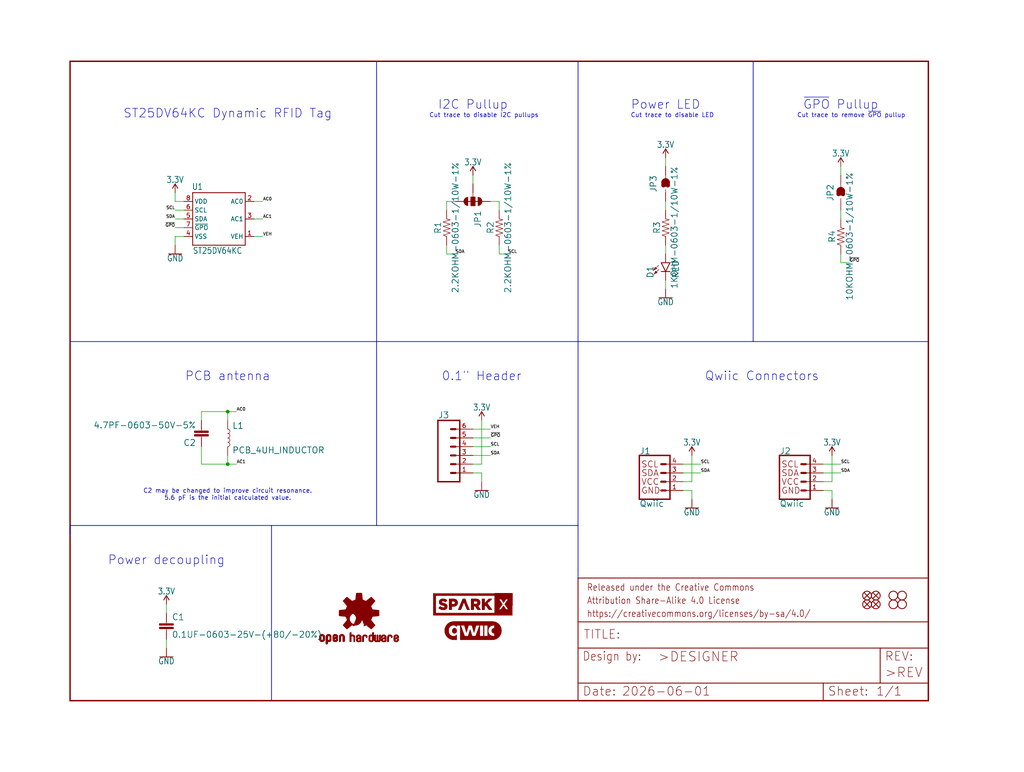
<source format=kicad_sch>
(kicad_sch (version 20230121) (generator eeschema)
  (paper "User" 297.002 223.926)
  (lib_symbols
    (symbol "working-eagle-import:0.1UF-0603-25V-(+80/-20%)"
      (property "Reference" "C" (at 1.524 2.921 0))
      (symbol "0.1UF-0603-25V-(+80/-20%)_1_0"
        (pin passive line (at 0 5.08 270) (length 2.54) (name "1") (number "1"))
        (pin passive line (at 0 -2.54 90) (length 2.54) (name "2") (number "2"))
      )
    )
    (symbol "working-eagle-import:10KOHM-0603-1/10W-1%"
      (property "Reference" "R" (at 0 1.524 0))
      (symbol "10KOHM-0603-1/10W-1%_1_0"
        (pin passive line (at -5.08 0 0) (length 2.54) (name "1") (number "1"))
        (pin passive line (at 5.08 0 180) (length 2.54) (name "2") (number "2"))
      )
    )
    (symbol "working-eagle-import:1KOHM-0603-1/10W-1%"
      (property "Reference" "R" (at 0 1.524 0))
      (symbol "1KOHM-0603-1/10W-1%_1_0"
        (pin passive line (at -5.08 0 0) (length 2.54) (name "1") (number "1"))
        (pin passive line (at 5.08 0 180) (length 2.54) (name "2") (number "2"))
      )
    )
    (symbol "working-eagle-import:2.2KOHM-0603-1/10W-1%"
      (property "Reference" "R" (at 0 1.524 0))
      (symbol "2.2KOHM-0603-1/10W-1%_1_0"
        (pin passive line (at -5.08 0 0) (length 2.54) (name "1") (number "1"))
        (pin passive line (at 5.08 0 180) (length 2.54) (name "2") (number "2"))
      )
    )
    (symbol "working-eagle-import:3.3V" (power)
      (property "Value" "3.3V" (at 0 2.794 0))
      (symbol "3.3V_1_0"
        (pin power_in line (at 0 0 90) (length 2.54) (name "3.3V") (number "1"))
      )
    )
    (symbol "working-eagle-import:4.7PF-0603-50V-5%"
      (property "Reference" "C" (at 1.524 2.921 0))
      (symbol "4.7PF-0603-50V-5%_1_0"
        (pin passive line (at 0 5.08 270) (length 2.54) (name "1") (number "1"))
        (pin passive line (at 0 -2.54 90) (length 2.54) (name "2") (number "2"))
      )
    )
    (symbol "working-eagle-import:CONN_06NO_SILK_FEMALE_PTH"
      (property "Reference" "J" (at -5.08 10.668 0))
      (symbol "CONN_06NO_SILK_FEMALE_PTH_1_0"
        (pin passive line (at 5.08 -5.08 180) (length 5.08) (name "1") (number "1"))
        (pin passive line (at 5.08 -2.54 180) (length 5.08) (name "2") (number "2"))
        (pin passive line (at 5.08 0 180) (length 5.08) (name "3") (number "3"))
        (pin passive line (at 5.08 2.54 180) (length 5.08) (name "4") (number "4"))
        (pin passive line (at 5.08 5.08 180) (length 5.08) (name "5") (number "5"))
        (pin passive line (at 5.08 7.62 180) (length 5.08) (name "6") (number "6"))
      )
    )
    (symbol "working-eagle-import:FIDUCIAL1X2")
    (symbol "working-eagle-import:FRAME-LETTERNO_PACKAGE"
      (symbol "FRAME-LETTERNO_PACKAGE_2_0"
        (text "${#}/${##}" (at 86.36 1.27 0) (effects (font (size 2.54 2.54)) (justify left bottom)))
        (text "${CURRENT_DATE}" (at 12.7 1.27 0) (effects (font (size 2.54 2.54)) (justify left bottom)))
        (text "${PROJECTNAME}" (at 15.494 17.78 0) (effects (font (size 2.7432 2.7432)) (justify left bottom)))
        (text ">DESIGNER" (at 23.114 11.176 0) (effects (font (size 2.7432 2.7432)) (justify left bottom)))
        (text ">REV" (at 88.9 6.604 0) (effects (font (size 2.7432 2.7432)) (justify left bottom)))
        (text "Attribution Share-Alike 4.0 License" (at 2.54 27.94 0) (effects (font (size 1.9304 1.6408)) (justify left bottom)))
        (text "Date:" (at 1.27 1.27 0) (effects (font (size 2.54 2.54)) (justify left bottom)))
        (text "Design by:" (at 1.27 11.43 0) (effects (font (size 2.54 2.159)) (justify left bottom)))
        (text "https://creativecommons.org/licenses/by-sa/4.0/" (at 2.54 24.13 0) (effects (font (size 1.9304 1.6408)) (justify left bottom)))
        (text "Released under the Creative Commons" (at 2.54 31.75 0) (effects (font (size 1.9304 1.6408)) (justify left bottom)))
        (text "REV:" (at 88.9 11.43 0) (effects (font (size 2.54 2.54)) (justify left bottom)))
        (text "Sheet:" (at 72.39 1.27 0) (effects (font (size 2.54 2.54)) (justify left bottom)))
        (text "TITLE:" (at 1.524 17.78 0) (effects (font (size 2.54 2.54)) (justify left bottom)))
      )
    )
    (symbol "working-eagle-import:GND" (power)
      (property "Value" "GND" (at 0 -0.254 0))
      (symbol "GND_1_0"
        (pin power_in line (at 0 2.54 270) (length 2.54) (name "GND") (number "1"))
      )
    )
    (symbol "working-eagle-import:JUMPER-SMT_2_NC_TRACE_SILK"
      (property "Reference" "JP" (at 0 3.048 0))
      (symbol "JUMPER-SMT_2_NC_TRACE_SILK_1_0"
        (pin passive line (at -5.08 0 0) (length 2.54) (name "1") (number "1"))
        (pin passive line (at 5.08 0 180) (length 2.54) (name "2") (number "2"))
      )
    )
    (symbol "working-eagle-import:JUMPER-SMT_3_2-NC_TRACE_SILK"
      (property "Reference" "JP" (at 6.096 1.524 0))
      (symbol "JUMPER-SMT_3_2-NC_TRACE_SILK_1_0"
        (pin passive line (at 0 5.08 270) (length 2.54) (name "1") (number "1"))
        (pin passive line (at -5.08 0 0) (length 2.54) (name "2") (number "2"))
        (pin passive line (at 0 -5.08 90) (length 2.54) (name "3") (number "3"))
      )
    )
    (symbol "working-eagle-import:LED-RED0603"
      (property "Reference" "D" (at -3.429 -4.572 90))
      (symbol "LED-RED0603_1_0"
        (pin passive line (at 0 2.54 270) (length 2.54) (name "A") (number "A"))
        (pin passive line (at 0 -5.08 90) (length 2.54) (name "C") (number "C"))
      )
    )
    (symbol "working-eagle-import:OSHW-LOGOMINI")
    (symbol "working-eagle-import:PCB_4UH_INDUCTOR"
      (property "Reference" "L" (at 1.27 2.54 0))
      (symbol "PCB_4UH_INDUCTOR_1_0"
        (pin passive line (at 0 5.08 270) (length 2.54) (name "1") (number "IN1"))
        (pin passive line (at 0 -5.08 90) (length 2.54) (name "2") (number "IN2"))
      )
    )
    (symbol "working-eagle-import:QWIIC_CONNECTORJS-1MM"
      (property "Reference" "J" (at -5.08 7.874 0))
      (symbol "QWIIC_CONNECTORJS-1MM_1_0"
        (text "GND" (at -4.572 -2.54 0) (effects (font (size 1.778 1.778)) (justify left)))
        (text "SCL" (at -4.572 5.08 0) (effects (font (size 1.778 1.778)) (justify left)))
        (text "SDA" (at -4.572 2.54 0) (effects (font (size 1.778 1.778)) (justify left)))
        (text "VCC" (at -4.572 0 0) (effects (font (size 1.778 1.778)) (justify left)))
        (pin power_in line (at 7.62 -2.54 180) (length 5.08) (name "1") (number "1"))
        (pin power_in line (at 7.62 0 180) (length 5.08) (name "2") (number "2"))
        (pin passive line (at 7.62 2.54 180) (length 5.08) (name "3") (number "3"))
        (pin passive line (at 7.62 5.08 180) (length 5.08) (name "4") (number "4"))
      )
    )
    (symbol "working-eagle-import:QWIIC_LOGO_7MM")
    (symbol "working-eagle-import:SPARKX-LOGO5")
    (symbol "working-eagle-import:ST25DV64KC"
      (property "Reference" "U" (at 0 16.51 0))
      (symbol "ST25DV64KC_1_0"
        (pin power_in line (at 17.78 2.54 180) (length 2.54) (name "VEH") (number "1"))
        (pin bidirectional line (at 17.78 12.7 180) (length 2.54) (name "AC0") (number "2"))
        (pin bidirectional line (at 17.78 7.62 180) (length 2.54) (name "AC1") (number "3"))
        (pin power_in line (at -2.54 2.54 0) (length 2.54) (name "VSS") (number "4"))
        (pin bidirectional line (at -2.54 7.62 0) (length 2.54) (name "SDA") (number "5"))
        (pin bidirectional line (at -2.54 10.16 0) (length 2.54) (name "SCL") (number "6"))
        (pin output line (at -2.54 5.08 0) (length 2.54) (name "~{GPO}") (number "7"))
        (pin power_in line (at -2.54 12.7 0) (length 2.54) (name "VDD") (number "8"))
      )
    )
    (symbol "working-eagle-import:STAND-OFF")
  )
  (junction (at 66.04 134.62))
  (junction (at 66.04 119.38))
  (wire (pts (xy 58.42 129.54) (xy 58.42 134.62)) (stroke (width 0.1524)))
  (wire (pts (xy 198.12 142.24) (xy 200.66 142.24)) (stroke (width 0.1524)))
  (wire (pts (xy 137.16 134.62) (xy 139.7 134.62)) (stroke (width 0.1524)))
  (wire (pts (xy 137.16 129.54) (xy 142.24 129.54)) (stroke (width 0.1524)))
  (wire (pts (xy 53.34 68.58) (xy 50.8 68.58)) (stroke (width 0.1524)))
  (polyline (pts (xy 78.74 152.4) (xy 109.22 152.4)) (stroke (width 0.2032) (type solid)))
  (wire (pts (xy 129.54 60.96) (xy 129.54 58.42)) (stroke (width 0.1524)))
  (wire (pts (xy 193.04 58.42) (xy 193.04 60.96)) (stroke (width 0.1524)))
  (polyline (pts (xy 218.44 99.06) (xy 269.24 99.06)) (stroke (width 0.2032) (type solid)))
  (wire (pts (xy 238.76 142.24) (xy 241.3 142.24)) (stroke (width 0.1524)))
  (wire (pts (xy 137.16 53.34) (xy 137.16 50.8)) (stroke (width 0.1524)))
  (wire (pts (xy 53.34 60.96) (xy 50.8 60.96)) (stroke (width 0.1524)))
  (wire (pts (xy 58.42 121.92) (xy 58.42 119.38)) (stroke (width 0.1524)))
  (wire (pts (xy 238.76 139.7) (xy 241.3 139.7)) (stroke (width 0.1524)))
  (wire (pts (xy 193.04 71.12) (xy 193.04 73.66)) (stroke (width 0.1524)))
  (wire (pts (xy 50.8 58.42) (xy 53.34 58.42)) (stroke (width 0.1524)))
  (wire (pts (xy 137.16 137.16) (xy 139.7 137.16)) (stroke (width 0.1524)))
  (polyline (pts (xy 109.22 99.06) (xy 218.44 99.06)) (stroke (width 0.2032) (type solid)))
  (wire (pts (xy 137.16 124.46) (xy 142.24 124.46)) (stroke (width 0.1524)))
  (wire (pts (xy 139.7 137.16) (xy 139.7 139.7)) (stroke (width 0.1524)))
  (wire (pts (xy 66.04 121.92) (xy 66.04 119.38)) (stroke (width 0.1524)))
  (wire (pts (xy 48.26 185.42) (xy 48.26 187.96)) (stroke (width 0.1524)))
  (wire (pts (xy 198.12 137.16) (xy 203.2 137.16)) (stroke (width 0.1524)))
  (wire (pts (xy 193.04 45.72) (xy 193.04 48.26)) (stroke (width 0.1524)))
  (wire (pts (xy 144.78 58.42) (xy 144.78 60.96)) (stroke (width 0.1524)))
  (wire (pts (xy 200.66 139.7) (xy 200.66 132.08)) (stroke (width 0.1524)))
  (wire (pts (xy 198.12 139.7) (xy 200.66 139.7)) (stroke (width 0.1524)))
  (wire (pts (xy 66.04 119.38) (xy 68.58 119.38)) (stroke (width 0.1524)))
  (wire (pts (xy 144.78 71.12) (xy 144.78 73.66)) (stroke (width 0.1524)))
  (wire (pts (xy 48.26 177.8) (xy 48.26 175.26)) (stroke (width 0.1524)))
  (wire (pts (xy 66.04 132.08) (xy 66.04 134.62)) (stroke (width 0.1524)))
  (polyline (pts (xy 109.22 99.06) (xy 109.22 17.78)) (stroke (width 0.2032) (type solid)))
  (polyline (pts (xy 109.22 99.06) (xy 109.22 152.4)) (stroke (width 0.2032) (type solid)))
  (wire (pts (xy 73.66 58.42) (xy 76.2 58.42)) (stroke (width 0.1524)))
  (wire (pts (xy 73.66 63.5) (xy 76.2 63.5)) (stroke (width 0.1524)))
  (wire (pts (xy 50.8 58.42) (xy 50.8 55.88)) (stroke (width 0.1524)))
  (wire (pts (xy 129.54 71.12) (xy 129.54 73.66)) (stroke (width 0.1524)))
  (wire (pts (xy 243.84 76.2) (xy 246.38 76.2)) (stroke (width 0.1524)))
  (wire (pts (xy 238.76 134.62) (xy 243.84 134.62)) (stroke (width 0.1524)))
  (wire (pts (xy 137.16 132.08) (xy 142.24 132.08)) (stroke (width 0.1524)))
  (wire (pts (xy 193.04 81.28) (xy 193.04 83.82)) (stroke (width 0.1524)))
  (wire (pts (xy 142.24 58.42) (xy 144.78 58.42)) (stroke (width 0.1524)))
  (wire (pts (xy 53.34 63.5) (xy 50.8 63.5)) (stroke (width 0.1524)))
  (wire (pts (xy 137.16 127) (xy 142.24 127)) (stroke (width 0.1524)))
  (wire (pts (xy 129.54 58.42) (xy 132.08 58.42)) (stroke (width 0.1524)))
  (wire (pts (xy 129.54 73.66) (xy 132.08 73.66)) (stroke (width 0.1524)))
  (wire (pts (xy 241.3 142.24) (xy 241.3 144.78)) (stroke (width 0.1524)))
  (wire (pts (xy 58.42 119.38) (xy 66.04 119.38)) (stroke (width 0.1524)))
  (wire (pts (xy 66.04 134.62) (xy 68.58 134.62)) (stroke (width 0.1524)))
  (wire (pts (xy 53.34 66.04) (xy 50.8 66.04)) (stroke (width 0.1524)))
  (wire (pts (xy 243.84 73.66) (xy 243.84 76.2)) (stroke (width 0.1524)))
  (wire (pts (xy 243.84 50.8) (xy 243.84 48.26)) (stroke (width 0.1524)))
  (polyline (pts (xy 109.22 152.4) (xy 167.64 152.4)) (stroke (width 0.2032) (type solid)))
  (wire (pts (xy 238.76 137.16) (xy 243.84 137.16)) (stroke (width 0.1524)))
  (polyline (pts (xy 20.32 99.06) (xy 109.22 99.06)) (stroke (width 0.2032) (type solid)))
  (polyline (pts (xy 78.74 152.4) (xy 78.74 203.2)) (stroke (width 0.2032) (type solid)))
  (polyline (pts (xy 20.32 152.4) (xy 78.74 152.4)) (stroke (width 0.2032) (type solid)))
  (wire (pts (xy 58.42 134.62) (xy 66.04 134.62)) (stroke (width 0.1524)))
  (polyline (pts (xy 167.64 152.4) (xy 167.64 167.64)) (stroke (width 0.2032) (type solid)))
  (polyline (pts (xy 167.64 17.78) (xy 167.64 152.4)) (stroke (width 0.2032) (type solid)))
  (polyline (pts (xy 20.32 154.94) (xy 20.32 152.4)) (stroke (width 0.2032) (type solid)))
  (wire (pts (xy 200.66 142.24) (xy 200.66 144.78)) (stroke (width 0.1524)))
  (wire (pts (xy 243.84 60.96) (xy 243.84 63.5)) (stroke (width 0.1524)))
  (wire (pts (xy 198.12 134.62) (xy 203.2 134.62)) (stroke (width 0.1524)))
  (wire (pts (xy 144.78 73.66) (xy 147.32 73.66)) (stroke (width 0.1524)))
  (polyline (pts (xy 218.44 99.06) (xy 218.44 17.78)) (stroke (width 0.2032) (type solid)))
  (wire (pts (xy 139.7 134.62) (xy 139.7 121.92)) (stroke (width 0.1524)))
  (wire (pts (xy 73.66 68.58) (xy 76.2 68.58)) (stroke (width 0.1524)))
  (wire (pts (xy 241.3 139.7) (xy 241.3 132.08)) (stroke (width 0.1524)))
  (wire (pts (xy 50.8 68.58) (xy 50.8 71.12)) (stroke (width 0.1524)))
  (text "PCB antenna" (at 66.04 109.22 0) (effects (font (size 2.54 2.54))))
  (text "Cut trace to disable LED" (at 182.88 34.29 0) (effects (font (size 1.27 1.27)) (justify left bottom)))
  (text "I2C Pullup" (at 137.16 30.48 0) (effects (font (size 2.54 2.54))))
  (text "Cut trace to remove ~{GPO} pullup" (at 231.14 34.29 0) (effects (font (size 1.27 1.27)) (justify left bottom)))
  (text "Cut trace to disable I2C pullups" (at 124.46 34.29 0) (effects (font (size 1.27 1.27)) (justify left bottom)))
  (text "Power decoupling" (at 48.26 162.56 0) (effects (font (size 2.54 2.54))))
  (text "ST25DV64KC Dynamic RFID Tag" (at 66.04 33.02 0) (effects (font (size 2.54 2.54))))
  (text "Power LED" (at 193.04 30.48 0) (effects (font (size 2.54 2.54))))
  (text "C2 may be changed to improve circuit resonance.\n5.6 pF is the initial calculated value." (at 66.04 143.51 0) (effects (font (size 1.27 1.27))))
  (text "Qwiic Connectors" (at 220.98 109.22 0) (effects (font (size 2.54 2.54))))
  (text "~{GPO} Pullup" (at 243.84 30.48 0) (effects (font (size 2.54 2.54))))
  (text "0.1\" Header" (at 139.7 109.22 0) (effects (font (size 2.54 2.54))))
  (label "AC0" (at 76.2 58.42 0) (effects (font (size 0.889 0.889))))
  (label "VEH" (at 76.2 68.58 0) (effects (font (size 0.889 0.889))))
  (label "SDA" (at 132.08 73.66 0) (effects (font (size 0.889 0.889))))
  (label "~{GPO}" (at 142.24 127 0) (effects (font (size 0.889 0.889))))
  (label "SDA" (at 50.8 63.5 180) (effects (font (size 0.889 0.889))))
  (label "~{GPO}" (at 246.38 76.2 0) (effects (font (size 0.889 0.889))))
  (label "AC1" (at 68.58 134.62 0) (effects (font (size 0.889 0.889))))
  (label "SDA" (at 142.24 132.08 0) (effects (font (size 0.889 0.889))))
  (label "VEH" (at 142.24 124.46 0) (effects (font (size 0.889 0.889))))
  (label "SCL" (at 50.8 60.96 180) (effects (font (size 0.889 0.889))))
  (label "SDA" (at 203.2 137.16 0) (effects (font (size 0.889 0.889))))
  (label "SDA" (at 243.84 137.16 0) (effects (font (size 0.889 0.889))))
  (label "SCL" (at 243.84 134.62 0) (effects (font (size 0.889 0.889))))
  (label "~{GPO}" (at 50.8 66.04 180) (effects (font (size 0.889 0.889))))
  (label "SCL" (at 147.32 73.66 0) (effects (font (size 0.889 0.889))))
  (label "SCL" (at 142.24 129.54 0) (effects (font (size 0.889 0.889))))
  (label "AC0" (at 68.58 119.38 0) (effects (font (size 0.889 0.889))))
  (label "SCL" (at 203.2 134.62 0) (effects (font (size 0.889 0.889))))
  (label "AC1" (at 76.2 63.5 0) (effects (font (size 0.889 0.889))))
  (symbol (lib_id "working-eagle-import:GND") (at 200.66 147.32 0) (unit 1)
    (property "Reference" "#GND2" (effects hide))
    (property "Value" "GND" (at 200.66 147.574 0) (effects (font (size 1.778 1.5113)) (justify top)))
  )
  (symbol (lib_id "working-eagle-import:3.3V") (at 139.7 121.92 0) (unit 1)
    (property "Reference" "#SUPPLY8" (effects hide))
    (property "Value" "3.3V" (at 139.7 119.126 0) (effects (font (size 1.778 1.5113)) (justify bottom)))
  )
  (symbol (lib_id "working-eagle-import:ST25DV64KC") (at 55.88 71.12 0) (unit 1)
    (property "Reference" "U1" (at 55.626 55.118 0) (effects (font (size 1.778 1.5113)) (justify left bottom)))
    (property "Value" "ST25DV64KC" (at 55.88 73.66 0) (effects (font (size 1.778 1.5113)) (justify left bottom)))
    (property "Footprint" "working:SO08" (effects hide))
  )
  (symbol (lib_id "working-eagle-import:4.7PF-0603-50V-5%") (at 58.42 124.46 180) (unit 1)
    (property "Reference" "C2" (at 56.896 127.381 0) (effects (font (size 1.778 1.778)) (justify left bottom)))
    (property "Value" "4.7PF-0603-50V-5%" (at 56.896 122.301 0) (effects (font (size 1.778 1.778)) (justify left bottom)))
    (property "Footprint" "working:0603" (effects hide))
  )
  (symbol (lib_id "working-eagle-import:SPARKX-LOGO5") (at 137.16 175.26 0) (unit 1)
    (property "Reference" "U$2" (effects hide))
    (property "Value" "SPARKX-LOGO5" (effects hide))
    (property "Footprint" "working:SPARKX-LARGE" (effects hide))
  )
  (symbol (lib_id "working-eagle-import:3.3V") (at 241.3 132.08 0) (unit 1)
    (property "Reference" "#SUPPLY5" (effects hide))
    (property "Value" "3.3V" (at 241.3 129.286 0) (effects (font (size 1.778 1.5113)) (justify bottom)))
  )
  (symbol (lib_id "working-eagle-import:STAND-OFF") (at 259.08 172.72 0) (unit 1)
    (property "Reference" "H3" (effects hide))
    (property "Value" "STAND-OFF" (effects hide))
    (property "Footprint" "working:STAND-OFF" (effects hide))
  )
  (symbol (lib_id "working-eagle-import:FIDUCIAL1X2") (at 254 175.26 0) (unit 1)
    (property "Reference" "FD2" (effects hide))
    (property "Value" "FIDUCIAL1X2" (effects hide))
    (property "Footprint" "working:FIDUCIAL-1X2" (effects hide))
  )
  (symbol (lib_id "working-eagle-import:GND") (at 193.04 86.36 0) (unit 1)
    (property "Reference" "#GND5" (effects hide))
    (property "Value" "GND" (at 193.04 86.614 0) (effects (font (size 1.778 1.5113)) (justify top)))
  )
  (symbol (lib_id "working-eagle-import:GND") (at 241.3 147.32 0) (unit 1)
    (property "Reference" "#GND3" (effects hide))
    (property "Value" "GND" (at 241.3 147.574 0) (effects (font (size 1.778 1.5113)) (justify top)))
  )
  (symbol (lib_id "working-eagle-import:0.1UF-0603-25V-(+80/-20%)") (at 48.26 182.88 0) (unit 1)
    (property "Reference" "C1" (at 49.784 179.959 0) (effects (font (size 1.778 1.778)) (justify left bottom)))
    (property "Value" "0.1UF-0603-25V-(+80/-20%)" (at 49.784 185.039 0) (effects (font (size 1.778 1.778)) (justify left bottom)))
    (property "Footprint" "working:0603" (effects hide))
  )
  (symbol (lib_id "working-eagle-import:GND") (at 50.8 73.66 0) (unit 1)
    (property "Reference" "#GND4" (effects hide))
    (property "Value" "GND" (at 50.8 73.914 0) (effects (font (size 1.778 1.5113)) (justify top)))
  )
  (symbol (lib_id "working-eagle-import:2.2KOHM-0603-1/10W-1%") (at 144.78 66.04 90) (unit 1)
    (property "Reference" "R2" (at 143.256 66.04 0) (effects (font (size 1.778 1.778)) (justify bottom)))
    (property "Value" "2.2KOHM-0603-1/10W-1%" (at 146.304 66.04 0) (effects (font (size 1.778 1.778)) (justify top)))
    (property "Footprint" "working:0603" (effects hide))
  )
  (symbol (lib_id "working-eagle-import:STAND-OFF") (at 261.62 172.72 0) (unit 1)
    (property "Reference" "H4" (effects hide))
    (property "Value" "STAND-OFF" (effects hide))
    (property "Footprint" "working:STAND-OFF" (effects hide))
  )
  (symbol (lib_id "working-eagle-import:JUMPER-SMT_2_NC_TRACE_SILK") (at 243.84 55.88 90) (unit 1)
    (property "Reference" "JP2" (at 240.792 55.88 0) (effects (font (size 1.778 1.778))))
    (property "Value" "JUMPER-SMT_2_NC_TRACE_SILK" (effects hide))
    (property "Footprint" "working:SMT-JUMPER_2_NC_TRACE_SILK" (effects hide))
  )
  (symbol (lib_id "working-eagle-import:3.3V") (at 50.8 55.88 0) (unit 1)
    (property "Reference" "#SUPPLY3" (effects hide))
    (property "Value" "3.3V" (at 50.8 53.086 0) (effects (font (size 1.778 1.5113)) (justify bottom)))
  )
  (symbol (lib_id "working-eagle-import:3.3V") (at 243.84 48.26 0) (unit 1)
    (property "Reference" "#SUPPLY6" (effects hide))
    (property "Value" "3.3V" (at 243.84 45.466 0) (effects (font (size 1.778 1.5113)) (justify bottom)))
  )
  (symbol (lib_id "working-eagle-import:10KOHM-0603-1/10W-1%") (at 243.84 68.58 90) (unit 1)
    (property "Reference" "R4" (at 242.316 68.58 0) (effects (font (size 1.778 1.778)) (justify bottom)))
    (property "Value" "10KOHM-0603-1/10W-1%" (at 245.364 68.58 0) (effects (font (size 1.778 1.778)) (justify top)))
    (property "Footprint" "working:0603" (effects hide))
  )
  (symbol (lib_id "working-eagle-import:JUMPER-SMT_2_NC_TRACE_SILK") (at 193.04 53.34 90) (unit 1)
    (property "Reference" "JP3" (at 190.5 55.88 0) (effects (font (size 1.778 1.778)) (justify left bottom)))
    (property "Value" "JUMPER-SMT_2_NC_TRACE_SILK" (effects hide))
    (property "Footprint" "working:SMT-JUMPER_2_NC_TRACE_SILK" (effects hide))
  )
  (symbol (lib_id "working-eagle-import:3.3V") (at 48.26 175.26 0) (unit 1)
    (property "Reference" "#SUPPLY1" (effects hide))
    (property "Value" "3.3V" (at 48.26 172.466 0) (effects (font (size 1.778 1.5113)) (justify bottom)))
  )
  (symbol (lib_id "working-eagle-import:FIDUCIAL1X2") (at 251.46 172.72 0) (unit 1)
    (property "Reference" "FD3" (effects hide))
    (property "Value" "FIDUCIAL1X2" (effects hide))
    (property "Footprint" "working:FIDUCIAL-1X2" (effects hide))
  )
  (symbol (lib_id "working-eagle-import:2.2KOHM-0603-1/10W-1%") (at 129.54 66.04 90) (unit 1)
    (property "Reference" "R1" (at 128.016 66.04 0) (effects (font (size 1.778 1.778)) (justify bottom)))
    (property "Value" "2.2KOHM-0603-1/10W-1%" (at 131.064 66.04 0) (effects (font (size 1.778 1.778)) (justify top)))
    (property "Footprint" "working:0603" (effects hide))
  )
  (symbol (lib_id "working-eagle-import:JUMPER-SMT_3_2-NC_TRACE_SILK") (at 137.16 58.42 270) (unit 1)
    (property "Reference" "JP1" (at 137.541 60.96 0) (effects (font (size 1.778 1.778)) (justify left bottom)))
    (property "Value" "JUMPER-SMT_3_2-NC_TRACE_SILK" (effects hide))
    (property "Footprint" "working:SMT-JUMPER_3_2-NC_TRACE_SILK" (effects hide))
  )
  (symbol (lib_id "working-eagle-import:STAND-OFF") (at 261.62 175.26 0) (unit 1)
    (property "Reference" "H2" (effects hide))
    (property "Value" "STAND-OFF" (effects hide))
    (property "Footprint" "working:STAND-OFF" (effects hide))
  )
  (symbol (lib_id "working-eagle-import:3.3V") (at 200.66 132.08 0) (unit 1)
    (property "Reference" "#SUPPLY4" (effects hide))
    (property "Value" "3.3V" (at 200.66 129.286 0) (effects (font (size 1.778 1.5113)) (justify bottom)))
  )
  (symbol (lib_id "working-eagle-import:FIDUCIAL1X2") (at 251.46 175.26 0) (unit 1)
    (property "Reference" "FD1" (effects hide))
    (property "Value" "FIDUCIAL1X2" (effects hide))
    (property "Footprint" "working:FIDUCIAL-1X2" (effects hide))
  )
  (symbol (lib_id "working-eagle-import:SPARKX-LOGO5") (at 137.16 175.26 0) (unit 1)
    (property "Reference" "U$1" (effects hide))
    (property "Value" "SPARKX-LOGO5" (effects hide))
    (property "Footprint" "working:SPARKX-LARGE" (effects hide))
  )
  (symbol (lib_id "working-eagle-import:FRAME-LETTERNO_PACKAGE") (at 20.32 203.2 0) (unit 1)
    (property "Reference" "FRAME1" (effects hide))
    (property "Value" "FRAME-LETTERNO_PACKAGE" (effects hide))
    (property "Footprint" "working:DUMMY" (effects hide))
    (property "DESIGNER" "Ricardo Ramos" (effects hide))
    (property "REV" "X02" (effects hide))
    (property "VERSION" "x01" (effects hide))
  )
  (symbol (lib_id "working-eagle-import:GND") (at 139.7 142.24 0) (unit 1)
    (property "Reference" "#GND6" (effects hide))
    (property "Value" "GND" (at 139.7 142.494 0) (effects (font (size 1.778 1.5113)) (justify top)))
  )
  (symbol (lib_id "working-eagle-import:STAND-OFF") (at 259.08 175.26 0) (unit 1)
    (property "Reference" "H1" (effects hide))
    (property "Value" "STAND-OFF" (effects hide))
    (property "Footprint" "working:STAND-OFF" (effects hide))
  )
  (symbol (lib_id "working-eagle-import:3.3V") (at 193.04 45.72 0) (unit 1)
    (property "Reference" "#SUPPLY7" (effects hide))
    (property "Value" "3.3V" (at 193.04 42.926 0) (effects (font (size 1.778 1.5113)) (justify bottom)))
  )
  (symbol (lib_id "working-eagle-import:PCB_4UH_INDUCTOR") (at 66.04 127 0) (unit 1)
    (property "Reference" "L1" (at 67.31 124.46 0) (effects (font (size 1.778 1.778)) (justify left bottom)))
    (property "Value" "PCB_4UH_INDUCTOR" (at 67.31 129.54 0) (effects (font (size 1.778 1.778)) (justify left top)))
    (property "Footprint" "working:PCB_4UH_INDUCTOR" (effects hide))
  )
  (symbol (lib_id "working-eagle-import:GND") (at 48.26 190.5 0) (unit 1)
    (property "Reference" "#GND1" (effects hide))
    (property "Value" "GND" (at 48.26 190.754 0) (effects (font (size 1.778 1.5113)) (justify top)))
  )
  (symbol (lib_id "working-eagle-import:LED-RED0603") (at 193.04 76.2 0) (unit 1)
    (property "Reference" "D1" (at 189.611 80.772 90) (effects (font (size 1.778 1.778)) (justify left bottom)))
    (property "Value" "RED" (at 194.945 80.772 90) (effects (font (size 1.778 1.778)) (justify left top)))
    (property "Footprint" "working:LED-0603" (effects hide))
  )
  (symbol (lib_id "working-eagle-import:CONN_06NO_SILK_FEMALE_PTH") (at 132.08 132.08 0) (unit 1)
    (property "Reference" "J3" (at 127 121.412 0) (effects (font (size 1.778 1.778)) (justify left bottom)))
    (property "Value" "CONN_06NO_SILK_FEMALE_PTH" (effects hide))
    (property "Footprint" "working:1X06_NO_SILK" (effects hide))
  )
  (symbol (lib_id "working-eagle-import:1KOHM-0603-1/10W-1%") (at 193.04 66.04 90) (unit 1)
    (property "Reference" "R3" (at 191.516 66.04 0) (effects (font (size 1.778 1.778)) (justify bottom)))
    (property "Value" "1KOHM-0603-1/10W-1%" (at 194.564 66.04 0) (effects (font (size 1.778 1.778)) (justify top)))
    (property "Footprint" "working:0603" (effects hide))
  )
  (symbol (lib_id "working-eagle-import:FRAME-LETTERNO_PACKAGE") (at 167.64 203.2 0) (unit 2)
    (property "Reference" "FRAME1" (effects hide))
    (property "Value" "FRAME-LETTERNO_PACKAGE" (effects hide))
    (property "Footprint" "working:DUMMY" (effects hide))
    (property "DESIGNER" "Ricardo Ramos" (effects hide))
    (property "REV" "X02" (effects hide))
    (property "VERSION" "x01" (effects hide))
  )
  (symbol (lib_id "working-eagle-import:FIDUCIAL1X2") (at 254 172.72 0) (unit 1)
    (property "Reference" "FD4" (effects hide))
    (property "Value" "FIDUCIAL1X2" (effects hide))
    (property "Footprint" "working:FIDUCIAL-1X2" (effects hide))
  )
  (symbol (lib_id "working-eagle-import:QWIIC_CONNECTORJS-1MM") (at 231.14 139.7 0) (unit 1)
    (property "Reference" "J2" (at 226.06 131.826 0) (effects (font (size 1.778 1.778)) (justify left bottom)))
    (property "Value" "Qwiic" (at 226.06 145.034 0) (effects (font (size 1.778 1.778)) (justify left top)))
    (property "Footprint" "working:JST04_1MM_RA" (effects hide))
  )
  (symbol (lib_id "working-eagle-import:QWIIC_CONNECTORJS-1MM") (at 190.5 139.7 0) (unit 1)
    (property "Reference" "J1" (at 185.42 131.826 0) (effects (font (size 1.778 1.778)) (justify left bottom)))
    (property "Value" "Qwiic" (at 185.42 145.034 0) (effects (font (size 1.778 1.778)) (justify left top)))
    (property "Footprint" "working:JST04_1MM_RA" (effects hide))
  )
  (symbol (lib_id "working-eagle-import:OSHW-LOGOMINI") (at 104.14 177.8 0) (unit 1)
    (property "Reference" "LOGO1" (effects hide))
    (property "Value" "OSHW-LOGOMINI" (effects hide))
    (property "Footprint" "working:OSHW-LOGO-MINI" (effects hide))
  )
  (symbol (lib_id "working-eagle-import:QWIIC_LOGO_7MM") (at 137.16 182.88 0) (unit 1)
    (property "Reference" "LOGO3" (effects hide))
    (property "Value" "QWIIC_LOGO_7MM" (effects hide))
    (property "Footprint" "working:QWIIC_7MM" (effects hide))
  )
  (symbol (lib_id "working-eagle-import:3.3V") (at 137.16 50.8 0) (unit 1)
    (property "Reference" "#SUPPLY2" (effects hide))
    (property "Value" "3.3V" (at 137.16 48.006 0) (effects (font (size 1.778 1.5113)) (justify bottom)))
  )
)
</source>
